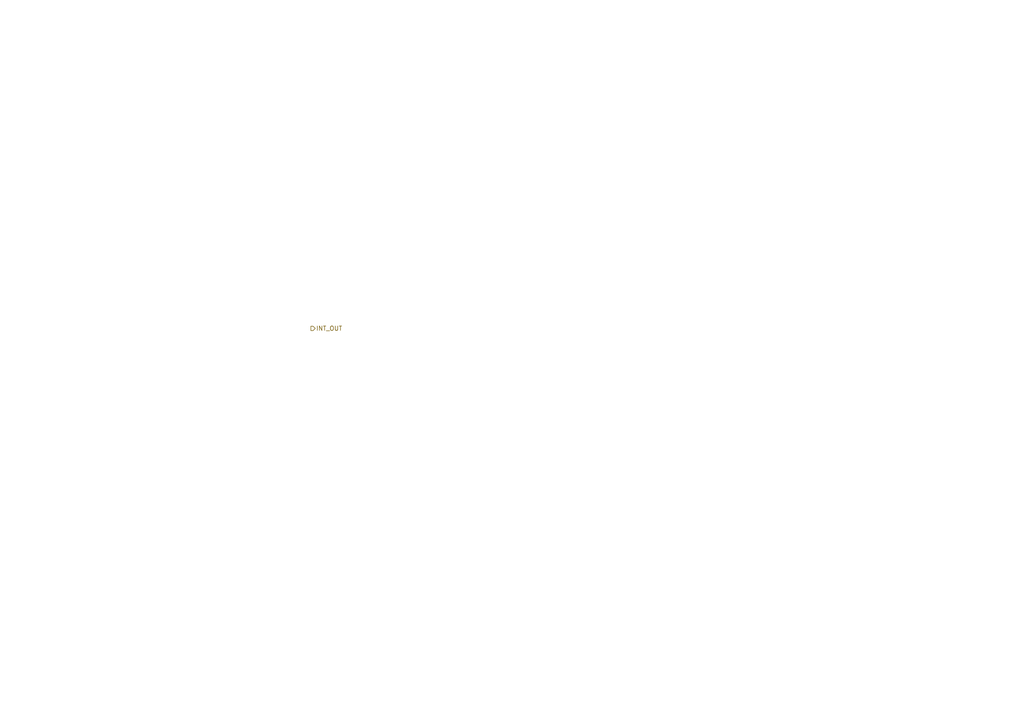
<source format=kicad_sch>
(kicad_sch
	(version 20231120)
	(generator "eeschema")
	(generator_version "8.0")
	(uuid "3e83e660-bcdc-4542-93b3-9fc9f55e04ad")
	(paper "A4")
	(lib_symbols)
	(hierarchical_label "INT_OUT"
		(shape output)
		(at 90.17 95.25 0)
		(fields_autoplaced yes)
		(effects
			(font
				(size 1.27 1.27)
			)
			(justify left)
		)
		(uuid "f85c6a69-d35e-4f20-b92a-f21e95297585")
	)
)
</source>
